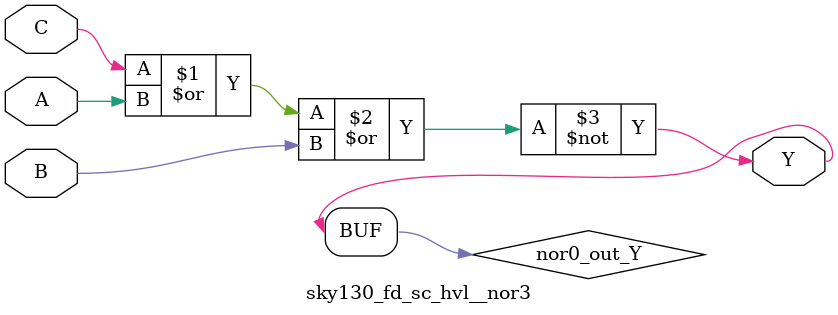
<source format=v>
module sky130_fd_sc_hvl__nor3 (
    Y,
    A,
    B,
    C
);
    output Y;
    input  A;
    input  B;
    input  C;
    wire nor0_out_Y;
    nor nor0 (nor0_out_Y, C, A, B        );
    buf buf0 (Y         , nor0_out_Y     );
endmodule
</source>
